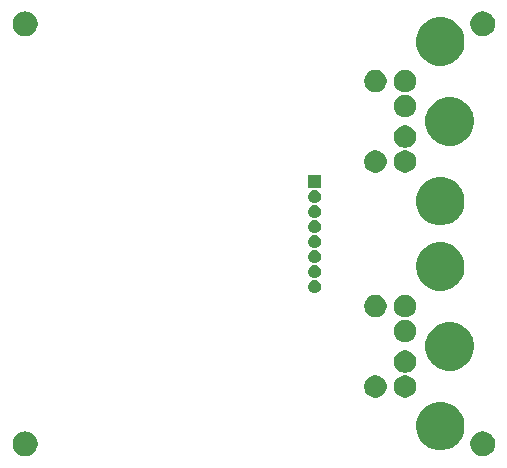
<source format=gts>
G04 #@! TF.GenerationSoftware,KiCad,Pcbnew,(5.1.2-1)-1*
G04 #@! TF.CreationDate,2019-07-29T22:21:16-04:00*
G04 #@! TF.ProjectId,mouserial-keymouse,6d6f7573-6572-4696-916c-2d6b65796d6f,rev?*
G04 #@! TF.SameCoordinates,Original*
G04 #@! TF.FileFunction,Soldermask,Top*
G04 #@! TF.FilePolarity,Negative*
%FSLAX46Y46*%
G04 Gerber Fmt 4.6, Leading zero omitted, Abs format (unit mm)*
G04 Created by KiCad (PCBNEW (5.1.2-1)-1) date 2019-07-29 22:21:16*
%MOMM*%
%LPD*%
G04 APERTURE LIST*
%ADD10C,0.100000*%
G04 APERTURE END LIST*
D10*
G36*
X177319248Y-101194295D02*
G01*
X177471510Y-101224582D01*
X177662742Y-101303793D01*
X177834841Y-101418786D01*
X177981214Y-101565159D01*
X178096207Y-101737258D01*
X178175418Y-101928490D01*
X178215800Y-102131506D01*
X178215800Y-102338494D01*
X178175418Y-102541510D01*
X178096207Y-102732742D01*
X177981214Y-102904841D01*
X177834841Y-103051214D01*
X177662742Y-103166207D01*
X177471510Y-103245418D01*
X177319248Y-103275704D01*
X177268495Y-103285800D01*
X177061505Y-103285800D01*
X177010752Y-103275704D01*
X176858490Y-103245418D01*
X176667258Y-103166207D01*
X176495159Y-103051214D01*
X176348786Y-102904841D01*
X176233793Y-102732742D01*
X176154582Y-102541510D01*
X176114200Y-102338494D01*
X176114200Y-102131506D01*
X176154582Y-101928490D01*
X176233793Y-101737258D01*
X176348786Y-101565159D01*
X176495159Y-101418786D01*
X176667258Y-101303793D01*
X176858490Y-101224582D01*
X177010752Y-101194296D01*
X177061505Y-101184200D01*
X177268495Y-101184200D01*
X177319248Y-101194295D01*
X177319248Y-101194295D01*
G37*
G36*
X138584248Y-101194295D02*
G01*
X138736510Y-101224582D01*
X138927742Y-101303793D01*
X139099841Y-101418786D01*
X139246214Y-101565159D01*
X139361207Y-101737258D01*
X139440418Y-101928490D01*
X139480800Y-102131506D01*
X139480800Y-102338494D01*
X139440418Y-102541510D01*
X139361207Y-102732742D01*
X139246214Y-102904841D01*
X139099841Y-103051214D01*
X138927742Y-103166207D01*
X138736510Y-103245418D01*
X138584248Y-103275704D01*
X138533495Y-103285800D01*
X138326505Y-103285800D01*
X138275752Y-103275704D01*
X138123490Y-103245418D01*
X137932258Y-103166207D01*
X137760159Y-103051214D01*
X137613786Y-102904841D01*
X137498793Y-102732742D01*
X137419582Y-102541510D01*
X137379200Y-102338494D01*
X137379200Y-102131506D01*
X137419582Y-101928490D01*
X137498793Y-101737258D01*
X137613786Y-101565159D01*
X137760159Y-101418786D01*
X137932258Y-101303793D01*
X138123490Y-101224582D01*
X138275752Y-101194296D01*
X138326505Y-101184200D01*
X138533495Y-101184200D01*
X138584248Y-101194295D01*
X138584248Y-101194295D01*
G37*
G36*
X174179196Y-98758011D02*
G01*
X174179198Y-98758012D01*
X174179199Y-98758012D01*
X174552415Y-98912603D01*
X174552418Y-98912605D01*
X174888309Y-99137040D01*
X175173960Y-99422691D01*
X175173961Y-99422693D01*
X175398397Y-99758585D01*
X175552988Y-100131801D01*
X175552989Y-100131804D01*
X175631800Y-100528014D01*
X175631800Y-100931986D01*
X175581632Y-101184200D01*
X175552988Y-101328199D01*
X175398397Y-101701415D01*
X175398395Y-101701418D01*
X175173960Y-102037309D01*
X174888309Y-102322960D01*
X174865059Y-102338495D01*
X174552415Y-102547397D01*
X174179199Y-102701988D01*
X174179198Y-102701988D01*
X174179196Y-102701989D01*
X173782986Y-102780800D01*
X173379014Y-102780800D01*
X172982804Y-102701989D01*
X172982802Y-102701988D01*
X172982801Y-102701988D01*
X172609585Y-102547397D01*
X172296941Y-102338495D01*
X172273691Y-102322960D01*
X171988040Y-102037309D01*
X171763605Y-101701418D01*
X171763603Y-101701415D01*
X171609012Y-101328199D01*
X171580369Y-101184200D01*
X171530200Y-100931986D01*
X171530200Y-100528014D01*
X171609011Y-100131804D01*
X171609012Y-100131801D01*
X171763603Y-99758585D01*
X171988039Y-99422693D01*
X171988040Y-99422691D01*
X172273691Y-99137040D01*
X172609582Y-98912605D01*
X172609585Y-98912603D01*
X172982801Y-98758012D01*
X172982802Y-98758012D01*
X172982804Y-98758011D01*
X173379014Y-98679200D01*
X173782986Y-98679200D01*
X174179196Y-98758011D01*
X174179196Y-98758011D01*
G37*
G36*
X168358338Y-96465738D02*
G01*
X168358340Y-96465739D01*
X168358341Y-96465739D01*
X168531370Y-96537410D01*
X168531373Y-96537412D01*
X168687100Y-96641465D01*
X168819535Y-96773900D01*
X168819536Y-96773902D01*
X168923590Y-96929630D01*
X168995261Y-97102659D01*
X169031800Y-97286355D01*
X169031800Y-97473645D01*
X168995261Y-97657341D01*
X168923590Y-97830370D01*
X168923588Y-97830373D01*
X168819535Y-97986100D01*
X168687100Y-98118535D01*
X168531373Y-98222588D01*
X168531370Y-98222590D01*
X168358341Y-98294261D01*
X168358340Y-98294261D01*
X168358338Y-98294262D01*
X168174646Y-98330800D01*
X167987354Y-98330800D01*
X167803662Y-98294262D01*
X167803660Y-98294261D01*
X167803659Y-98294261D01*
X167630630Y-98222590D01*
X167630627Y-98222588D01*
X167474900Y-98118535D01*
X167342465Y-97986100D01*
X167238412Y-97830373D01*
X167238410Y-97830370D01*
X167166739Y-97657341D01*
X167130200Y-97473645D01*
X167130200Y-97286355D01*
X167166739Y-97102659D01*
X167238410Y-96929630D01*
X167342464Y-96773902D01*
X167342465Y-96773900D01*
X167474900Y-96641465D01*
X167630627Y-96537412D01*
X167630630Y-96537410D01*
X167803659Y-96465739D01*
X167803660Y-96465739D01*
X167803662Y-96465738D01*
X167987354Y-96429200D01*
X168174646Y-96429200D01*
X168358338Y-96465738D01*
X168358338Y-96465738D01*
G37*
G36*
X170858338Y-96465738D02*
G01*
X170858340Y-96465739D01*
X170858341Y-96465739D01*
X171031370Y-96537410D01*
X171031373Y-96537412D01*
X171187100Y-96641465D01*
X171319535Y-96773900D01*
X171319536Y-96773902D01*
X171423590Y-96929630D01*
X171495261Y-97102659D01*
X171531800Y-97286355D01*
X171531800Y-97473645D01*
X171495261Y-97657341D01*
X171423590Y-97830370D01*
X171423588Y-97830373D01*
X171319535Y-97986100D01*
X171187100Y-98118535D01*
X171031373Y-98222588D01*
X171031370Y-98222590D01*
X170858341Y-98294261D01*
X170858340Y-98294261D01*
X170858338Y-98294262D01*
X170674646Y-98330800D01*
X170487354Y-98330800D01*
X170303662Y-98294262D01*
X170303660Y-98294261D01*
X170303659Y-98294261D01*
X170130630Y-98222590D01*
X170130627Y-98222588D01*
X169974900Y-98118535D01*
X169842465Y-97986100D01*
X169738412Y-97830373D01*
X169738410Y-97830370D01*
X169666739Y-97657341D01*
X169630200Y-97473645D01*
X169630200Y-97286355D01*
X169666739Y-97102659D01*
X169738410Y-96929630D01*
X169842464Y-96773902D01*
X169842465Y-96773900D01*
X169974900Y-96641465D01*
X170130627Y-96537412D01*
X170130630Y-96537410D01*
X170303659Y-96465739D01*
X170303660Y-96465739D01*
X170303662Y-96465738D01*
X170487354Y-96429200D01*
X170674646Y-96429200D01*
X170858338Y-96465738D01*
X170858338Y-96465738D01*
G37*
G36*
X170858338Y-94365738D02*
G01*
X170858340Y-94365739D01*
X170858341Y-94365739D01*
X171031370Y-94437410D01*
X171031373Y-94437412D01*
X171187100Y-94541465D01*
X171319535Y-94673900D01*
X171319536Y-94673902D01*
X171423590Y-94829630D01*
X171495261Y-95002659D01*
X171531800Y-95186355D01*
X171531800Y-95373645D01*
X171495261Y-95557341D01*
X171423590Y-95730370D01*
X171423588Y-95730373D01*
X171319535Y-95886100D01*
X171187100Y-96018535D01*
X171168744Y-96030800D01*
X171031370Y-96122590D01*
X170858341Y-96194261D01*
X170858340Y-96194261D01*
X170858338Y-96194262D01*
X170674646Y-96230800D01*
X170487354Y-96230800D01*
X170303662Y-96194262D01*
X170303660Y-96194261D01*
X170303659Y-96194261D01*
X170130630Y-96122590D01*
X169993256Y-96030800D01*
X169974900Y-96018535D01*
X169842465Y-95886100D01*
X169738412Y-95730373D01*
X169738410Y-95730370D01*
X169666739Y-95557341D01*
X169630200Y-95373645D01*
X169630200Y-95186355D01*
X169666739Y-95002659D01*
X169738410Y-94829630D01*
X169842464Y-94673902D01*
X169842465Y-94673900D01*
X169974900Y-94541465D01*
X170130627Y-94437412D01*
X170130630Y-94437410D01*
X170303659Y-94365739D01*
X170303660Y-94365739D01*
X170303662Y-94365738D01*
X170487354Y-94329200D01*
X170674646Y-94329200D01*
X170858338Y-94365738D01*
X170858338Y-94365738D01*
G37*
G36*
X174979196Y-92008011D02*
G01*
X174979198Y-92008012D01*
X174979199Y-92008012D01*
X175352415Y-92162603D01*
X175352418Y-92162605D01*
X175688309Y-92387040D01*
X175973960Y-92672691D01*
X175973961Y-92672693D01*
X176198397Y-93008585D01*
X176313347Y-93286100D01*
X176352989Y-93381804D01*
X176431800Y-93778014D01*
X176431800Y-94181986D01*
X176380993Y-94437412D01*
X176352988Y-94578199D01*
X176198397Y-94951415D01*
X176198395Y-94951418D01*
X175973960Y-95287309D01*
X175688309Y-95572960D01*
X175352418Y-95797395D01*
X175352415Y-95797397D01*
X174979199Y-95951988D01*
X174979198Y-95951988D01*
X174979196Y-95951989D01*
X174582986Y-96030800D01*
X174179014Y-96030800D01*
X173782804Y-95951989D01*
X173782802Y-95951988D01*
X173782801Y-95951988D01*
X173409585Y-95797397D01*
X173409582Y-95797395D01*
X173073691Y-95572960D01*
X172788040Y-95287309D01*
X172563605Y-94951418D01*
X172563603Y-94951415D01*
X172409012Y-94578199D01*
X172381008Y-94437412D01*
X172330200Y-94181986D01*
X172330200Y-93778014D01*
X172409011Y-93381804D01*
X172448653Y-93286100D01*
X172563603Y-93008585D01*
X172788039Y-92672693D01*
X172788040Y-92672691D01*
X173073691Y-92387040D01*
X173409582Y-92162605D01*
X173409585Y-92162603D01*
X173782801Y-92008012D01*
X173782802Y-92008012D01*
X173782804Y-92008011D01*
X174179014Y-91929200D01*
X174582986Y-91929200D01*
X174979196Y-92008011D01*
X174979196Y-92008011D01*
G37*
G36*
X170858338Y-91765738D02*
G01*
X170858340Y-91765739D01*
X170858341Y-91765739D01*
X171031370Y-91837410D01*
X171031373Y-91837412D01*
X171187100Y-91941465D01*
X171319535Y-92073900D01*
X171423588Y-92229627D01*
X171423590Y-92229630D01*
X171495261Y-92402659D01*
X171531800Y-92586355D01*
X171531800Y-92773645D01*
X171495261Y-92957341D01*
X171423590Y-93130370D01*
X171423588Y-93130373D01*
X171319535Y-93286100D01*
X171187100Y-93418535D01*
X171031373Y-93522588D01*
X171031370Y-93522590D01*
X170858341Y-93594261D01*
X170858340Y-93594261D01*
X170858338Y-93594262D01*
X170674646Y-93630800D01*
X170487354Y-93630800D01*
X170303662Y-93594262D01*
X170303660Y-93594261D01*
X170303659Y-93594261D01*
X170130630Y-93522590D01*
X170130627Y-93522588D01*
X169974900Y-93418535D01*
X169842465Y-93286100D01*
X169738412Y-93130373D01*
X169738410Y-93130370D01*
X169666739Y-92957341D01*
X169630200Y-92773645D01*
X169630200Y-92586355D01*
X169666739Y-92402659D01*
X169738410Y-92229630D01*
X169738412Y-92229627D01*
X169842465Y-92073900D01*
X169974900Y-91941465D01*
X170130627Y-91837412D01*
X170130630Y-91837410D01*
X170303659Y-91765739D01*
X170303660Y-91765739D01*
X170303662Y-91765738D01*
X170487354Y-91729200D01*
X170674646Y-91729200D01*
X170858338Y-91765738D01*
X170858338Y-91765738D01*
G37*
G36*
X170858338Y-89665738D02*
G01*
X170858340Y-89665739D01*
X170858341Y-89665739D01*
X171031370Y-89737410D01*
X171031373Y-89737412D01*
X171187100Y-89841465D01*
X171319535Y-89973900D01*
X171319536Y-89973902D01*
X171423590Y-90129630D01*
X171495261Y-90302659D01*
X171531800Y-90486355D01*
X171531800Y-90673645D01*
X171495261Y-90857341D01*
X171423590Y-91030370D01*
X171423588Y-91030373D01*
X171319535Y-91186100D01*
X171187100Y-91318535D01*
X171031373Y-91422588D01*
X171031370Y-91422590D01*
X170858341Y-91494261D01*
X170858340Y-91494261D01*
X170858338Y-91494262D01*
X170674646Y-91530800D01*
X170487354Y-91530800D01*
X170303662Y-91494262D01*
X170303660Y-91494261D01*
X170303659Y-91494261D01*
X170130630Y-91422590D01*
X170130627Y-91422588D01*
X169974900Y-91318535D01*
X169842465Y-91186100D01*
X169738412Y-91030373D01*
X169738410Y-91030370D01*
X169666739Y-90857341D01*
X169630200Y-90673645D01*
X169630200Y-90486355D01*
X169666739Y-90302659D01*
X169738410Y-90129630D01*
X169842464Y-89973902D01*
X169842465Y-89973900D01*
X169974900Y-89841465D01*
X170130627Y-89737412D01*
X170130630Y-89737410D01*
X170303659Y-89665739D01*
X170303660Y-89665739D01*
X170303662Y-89665738D01*
X170487354Y-89629200D01*
X170674646Y-89629200D01*
X170858338Y-89665738D01*
X170858338Y-89665738D01*
G37*
G36*
X168358338Y-89665738D02*
G01*
X168358340Y-89665739D01*
X168358341Y-89665739D01*
X168531370Y-89737410D01*
X168531373Y-89737412D01*
X168687100Y-89841465D01*
X168819535Y-89973900D01*
X168819536Y-89973902D01*
X168923590Y-90129630D01*
X168995261Y-90302659D01*
X169031800Y-90486355D01*
X169031800Y-90673645D01*
X168995261Y-90857341D01*
X168923590Y-91030370D01*
X168923588Y-91030373D01*
X168819535Y-91186100D01*
X168687100Y-91318535D01*
X168531373Y-91422588D01*
X168531370Y-91422590D01*
X168358341Y-91494261D01*
X168358340Y-91494261D01*
X168358338Y-91494262D01*
X168174646Y-91530800D01*
X167987354Y-91530800D01*
X167803662Y-91494262D01*
X167803660Y-91494261D01*
X167803659Y-91494261D01*
X167630630Y-91422590D01*
X167630627Y-91422588D01*
X167474900Y-91318535D01*
X167342465Y-91186100D01*
X167238412Y-91030373D01*
X167238410Y-91030370D01*
X167166739Y-90857341D01*
X167130200Y-90673645D01*
X167130200Y-90486355D01*
X167166739Y-90302659D01*
X167238410Y-90129630D01*
X167342464Y-89973902D01*
X167342465Y-89973900D01*
X167474900Y-89841465D01*
X167630627Y-89737412D01*
X167630630Y-89737410D01*
X167803659Y-89665739D01*
X167803660Y-89665739D01*
X167803662Y-89665738D01*
X167987354Y-89629200D01*
X168174646Y-89629200D01*
X168358338Y-89665738D01*
X168358338Y-89665738D01*
G37*
G36*
X162988287Y-88351192D02*
G01*
X163048976Y-88357170D01*
X163152802Y-88388665D01*
X163248489Y-88439811D01*
X163332359Y-88508641D01*
X163401189Y-88592511D01*
X163452335Y-88688198D01*
X163483830Y-88792024D01*
X163494465Y-88900000D01*
X163483830Y-89007976D01*
X163452335Y-89111802D01*
X163401189Y-89207489D01*
X163332359Y-89291359D01*
X163248489Y-89360189D01*
X163152802Y-89411335D01*
X163048976Y-89442830D01*
X162988287Y-89448807D01*
X162968058Y-89450800D01*
X162913942Y-89450800D01*
X162893713Y-89448807D01*
X162833024Y-89442830D01*
X162729198Y-89411335D01*
X162633511Y-89360189D01*
X162549641Y-89291359D01*
X162480811Y-89207489D01*
X162429665Y-89111802D01*
X162398170Y-89007976D01*
X162387535Y-88900000D01*
X162398170Y-88792024D01*
X162429665Y-88688198D01*
X162480811Y-88592511D01*
X162549641Y-88508641D01*
X162633511Y-88439811D01*
X162729198Y-88388665D01*
X162833024Y-88357170D01*
X162893713Y-88351192D01*
X162913942Y-88349200D01*
X162968058Y-88349200D01*
X162988287Y-88351192D01*
X162988287Y-88351192D01*
G37*
G36*
X174179196Y-85258011D02*
G01*
X174179198Y-85258012D01*
X174179199Y-85258012D01*
X174552415Y-85412603D01*
X174552418Y-85412605D01*
X174888309Y-85637040D01*
X175173960Y-85922691D01*
X175260703Y-86052511D01*
X175398397Y-86258585D01*
X175528136Y-86571804D01*
X175552989Y-86631804D01*
X175631800Y-87028014D01*
X175631800Y-87431986D01*
X175592413Y-87630000D01*
X175552988Y-87828199D01*
X175398397Y-88201415D01*
X175398395Y-88201418D01*
X175173960Y-88537309D01*
X174888309Y-88822960D01*
X174773010Y-88900000D01*
X174552415Y-89047397D01*
X174179199Y-89201988D01*
X174179198Y-89201988D01*
X174179196Y-89201989D01*
X173782986Y-89280800D01*
X173379014Y-89280800D01*
X172982804Y-89201989D01*
X172982802Y-89201988D01*
X172982801Y-89201988D01*
X172609585Y-89047397D01*
X172388990Y-88900000D01*
X172273691Y-88822960D01*
X171988040Y-88537309D01*
X171763605Y-88201418D01*
X171763603Y-88201415D01*
X171609012Y-87828199D01*
X171569588Y-87630000D01*
X171530200Y-87431986D01*
X171530200Y-87028014D01*
X171609011Y-86631804D01*
X171633864Y-86571804D01*
X171763603Y-86258585D01*
X171901297Y-86052511D01*
X171988040Y-85922691D01*
X172273691Y-85637040D01*
X172609582Y-85412605D01*
X172609585Y-85412603D01*
X172982801Y-85258012D01*
X172982802Y-85258012D01*
X172982804Y-85258011D01*
X173379014Y-85179200D01*
X173782986Y-85179200D01*
X174179196Y-85258011D01*
X174179196Y-85258011D01*
G37*
G36*
X162988287Y-87081192D02*
G01*
X163048976Y-87087170D01*
X163152802Y-87118665D01*
X163248489Y-87169811D01*
X163332359Y-87238641D01*
X163401189Y-87322511D01*
X163452335Y-87418198D01*
X163483830Y-87522024D01*
X163494465Y-87630000D01*
X163483830Y-87737976D01*
X163452335Y-87841802D01*
X163401189Y-87937489D01*
X163332359Y-88021359D01*
X163248489Y-88090189D01*
X163152802Y-88141335D01*
X163048976Y-88172830D01*
X162988287Y-88178808D01*
X162968058Y-88180800D01*
X162913942Y-88180800D01*
X162893713Y-88178808D01*
X162833024Y-88172830D01*
X162729198Y-88141335D01*
X162633511Y-88090189D01*
X162549641Y-88021359D01*
X162480811Y-87937489D01*
X162429665Y-87841802D01*
X162398170Y-87737976D01*
X162387535Y-87630000D01*
X162398170Y-87522024D01*
X162429665Y-87418198D01*
X162480811Y-87322511D01*
X162549641Y-87238641D01*
X162633511Y-87169811D01*
X162729198Y-87118665D01*
X162833024Y-87087170D01*
X162893713Y-87081192D01*
X162913942Y-87079200D01*
X162968058Y-87079200D01*
X162988287Y-87081192D01*
X162988287Y-87081192D01*
G37*
G36*
X162988287Y-85811193D02*
G01*
X163048976Y-85817170D01*
X163152802Y-85848665D01*
X163248489Y-85899811D01*
X163332359Y-85968641D01*
X163401189Y-86052511D01*
X163452335Y-86148198D01*
X163483830Y-86252024D01*
X163494465Y-86360000D01*
X163483830Y-86467976D01*
X163452335Y-86571802D01*
X163401189Y-86667489D01*
X163332359Y-86751359D01*
X163248489Y-86820189D01*
X163152802Y-86871335D01*
X163048976Y-86902830D01*
X162988287Y-86908808D01*
X162968058Y-86910800D01*
X162913942Y-86910800D01*
X162893713Y-86908808D01*
X162833024Y-86902830D01*
X162729198Y-86871335D01*
X162633511Y-86820189D01*
X162549641Y-86751359D01*
X162480811Y-86667489D01*
X162429665Y-86571802D01*
X162398170Y-86467976D01*
X162387535Y-86360000D01*
X162398170Y-86252024D01*
X162429665Y-86148198D01*
X162480811Y-86052511D01*
X162549641Y-85968641D01*
X162633511Y-85899811D01*
X162729198Y-85848665D01*
X162833024Y-85817170D01*
X162893713Y-85811193D01*
X162913942Y-85809200D01*
X162968058Y-85809200D01*
X162988287Y-85811193D01*
X162988287Y-85811193D01*
G37*
G36*
X162988287Y-84541193D02*
G01*
X163048976Y-84547170D01*
X163152802Y-84578665D01*
X163248489Y-84629811D01*
X163332359Y-84698641D01*
X163401189Y-84782511D01*
X163452335Y-84878198D01*
X163483830Y-84982024D01*
X163494465Y-85090000D01*
X163483830Y-85197976D01*
X163452335Y-85301802D01*
X163401189Y-85397489D01*
X163332359Y-85481359D01*
X163248489Y-85550189D01*
X163152802Y-85601335D01*
X163048976Y-85632830D01*
X162988287Y-85638808D01*
X162968058Y-85640800D01*
X162913942Y-85640800D01*
X162893713Y-85638808D01*
X162833024Y-85632830D01*
X162729198Y-85601335D01*
X162633511Y-85550189D01*
X162549641Y-85481359D01*
X162480811Y-85397489D01*
X162429665Y-85301802D01*
X162398170Y-85197976D01*
X162387535Y-85090000D01*
X162398170Y-84982024D01*
X162429665Y-84878198D01*
X162480811Y-84782511D01*
X162549641Y-84698641D01*
X162633511Y-84629811D01*
X162729198Y-84578665D01*
X162833024Y-84547170D01*
X162893713Y-84541193D01*
X162913942Y-84539200D01*
X162968058Y-84539200D01*
X162988287Y-84541193D01*
X162988287Y-84541193D01*
G37*
G36*
X162988287Y-83271192D02*
G01*
X163048976Y-83277170D01*
X163152802Y-83308665D01*
X163248489Y-83359811D01*
X163332359Y-83428641D01*
X163401189Y-83512511D01*
X163452335Y-83608198D01*
X163483830Y-83712024D01*
X163494465Y-83820000D01*
X163483830Y-83927976D01*
X163452335Y-84031802D01*
X163401189Y-84127489D01*
X163332359Y-84211359D01*
X163248489Y-84280189D01*
X163152802Y-84331335D01*
X163048976Y-84362830D01*
X162988287Y-84368807D01*
X162968058Y-84370800D01*
X162913942Y-84370800D01*
X162893713Y-84368807D01*
X162833024Y-84362830D01*
X162729198Y-84331335D01*
X162633511Y-84280189D01*
X162549641Y-84211359D01*
X162480811Y-84127489D01*
X162429665Y-84031802D01*
X162398170Y-83927976D01*
X162387535Y-83820000D01*
X162398170Y-83712024D01*
X162429665Y-83608198D01*
X162480811Y-83512511D01*
X162549641Y-83428641D01*
X162633511Y-83359811D01*
X162729198Y-83308665D01*
X162833024Y-83277170D01*
X162893713Y-83271192D01*
X162913942Y-83269200D01*
X162968058Y-83269200D01*
X162988287Y-83271192D01*
X162988287Y-83271192D01*
G37*
G36*
X174179196Y-79708011D02*
G01*
X174179198Y-79708012D01*
X174179199Y-79708012D01*
X174552415Y-79862603D01*
X174552418Y-79862605D01*
X174888309Y-80087040D01*
X175173960Y-80372691D01*
X175173961Y-80372693D01*
X175398397Y-80708585D01*
X175547353Y-81068198D01*
X175552989Y-81081804D01*
X175631800Y-81478014D01*
X175631800Y-81881986D01*
X175560087Y-82242514D01*
X175552988Y-82278199D01*
X175398397Y-82651415D01*
X175398395Y-82651418D01*
X175173960Y-82987309D01*
X174888309Y-83272960D01*
X174758327Y-83359811D01*
X174552415Y-83497397D01*
X174179199Y-83651988D01*
X174179198Y-83651988D01*
X174179196Y-83651989D01*
X173782986Y-83730800D01*
X173379014Y-83730800D01*
X172982804Y-83651989D01*
X172982802Y-83651988D01*
X172982801Y-83651988D01*
X172609585Y-83497397D01*
X172403673Y-83359811D01*
X172273691Y-83272960D01*
X171988040Y-82987309D01*
X171763605Y-82651418D01*
X171763603Y-82651415D01*
X171609012Y-82278199D01*
X171601914Y-82242514D01*
X171530200Y-81881986D01*
X171530200Y-81478014D01*
X171609011Y-81081804D01*
X171614647Y-81068198D01*
X171763603Y-80708585D01*
X171988039Y-80372693D01*
X171988040Y-80372691D01*
X172273691Y-80087040D01*
X172609582Y-79862605D01*
X172609585Y-79862603D01*
X172982801Y-79708012D01*
X172982802Y-79708012D01*
X172982804Y-79708011D01*
X173379014Y-79629200D01*
X173782986Y-79629200D01*
X174179196Y-79708011D01*
X174179196Y-79708011D01*
G37*
G36*
X162988287Y-82001192D02*
G01*
X163048976Y-82007170D01*
X163152802Y-82038665D01*
X163248489Y-82089811D01*
X163332359Y-82158641D01*
X163401189Y-82242511D01*
X163452335Y-82338198D01*
X163483830Y-82442024D01*
X163494465Y-82550000D01*
X163483830Y-82657976D01*
X163452335Y-82761802D01*
X163401189Y-82857489D01*
X163332359Y-82941359D01*
X163248489Y-83010189D01*
X163152802Y-83061335D01*
X163048976Y-83092830D01*
X162988287Y-83098807D01*
X162968058Y-83100800D01*
X162913942Y-83100800D01*
X162893713Y-83098807D01*
X162833024Y-83092830D01*
X162729198Y-83061335D01*
X162633511Y-83010189D01*
X162549641Y-82941359D01*
X162480811Y-82857489D01*
X162429665Y-82761802D01*
X162398170Y-82657976D01*
X162387535Y-82550000D01*
X162398170Y-82442024D01*
X162429665Y-82338198D01*
X162480811Y-82242511D01*
X162549641Y-82158641D01*
X162633511Y-82089811D01*
X162729198Y-82038665D01*
X162833024Y-82007170D01*
X162893713Y-82001192D01*
X162913942Y-81999200D01*
X162968058Y-81999200D01*
X162988287Y-82001192D01*
X162988287Y-82001192D01*
G37*
G36*
X162988287Y-80731193D02*
G01*
X163048976Y-80737170D01*
X163152802Y-80768665D01*
X163248489Y-80819811D01*
X163332359Y-80888641D01*
X163401189Y-80972511D01*
X163452335Y-81068198D01*
X163483830Y-81172024D01*
X163494465Y-81280000D01*
X163483830Y-81387976D01*
X163452335Y-81491802D01*
X163401189Y-81587489D01*
X163332359Y-81671359D01*
X163248489Y-81740189D01*
X163152802Y-81791335D01*
X163048976Y-81822830D01*
X162988287Y-81828808D01*
X162968058Y-81830800D01*
X162913942Y-81830800D01*
X162893713Y-81828808D01*
X162833024Y-81822830D01*
X162729198Y-81791335D01*
X162633511Y-81740189D01*
X162549641Y-81671359D01*
X162480811Y-81587489D01*
X162429665Y-81491802D01*
X162398170Y-81387976D01*
X162387535Y-81280000D01*
X162398170Y-81172024D01*
X162429665Y-81068198D01*
X162480811Y-80972511D01*
X162549641Y-80888641D01*
X162633511Y-80819811D01*
X162729198Y-80768665D01*
X162833024Y-80737170D01*
X162893713Y-80731193D01*
X162913942Y-80729200D01*
X162968058Y-80729200D01*
X162988287Y-80731193D01*
X162988287Y-80731193D01*
G37*
G36*
X163491800Y-80560800D02*
G01*
X162390200Y-80560800D01*
X162390200Y-79459200D01*
X163491800Y-79459200D01*
X163491800Y-80560800D01*
X163491800Y-80560800D01*
G37*
G36*
X168358338Y-77415738D02*
G01*
X168358340Y-77415739D01*
X168358341Y-77415739D01*
X168531370Y-77487410D01*
X168531373Y-77487412D01*
X168687100Y-77591465D01*
X168819535Y-77723900D01*
X168819536Y-77723902D01*
X168923590Y-77879630D01*
X168995261Y-78052659D01*
X169031800Y-78236355D01*
X169031800Y-78423645D01*
X168995261Y-78607341D01*
X168923590Y-78780370D01*
X168923588Y-78780373D01*
X168819535Y-78936100D01*
X168687100Y-79068535D01*
X168531373Y-79172588D01*
X168531370Y-79172590D01*
X168358341Y-79244261D01*
X168358340Y-79244261D01*
X168358338Y-79244262D01*
X168174646Y-79280800D01*
X167987354Y-79280800D01*
X167803662Y-79244262D01*
X167803660Y-79244261D01*
X167803659Y-79244261D01*
X167630630Y-79172590D01*
X167630627Y-79172588D01*
X167474900Y-79068535D01*
X167342465Y-78936100D01*
X167238412Y-78780373D01*
X167238410Y-78780370D01*
X167166739Y-78607341D01*
X167130200Y-78423645D01*
X167130200Y-78236355D01*
X167166739Y-78052659D01*
X167238410Y-77879630D01*
X167342464Y-77723902D01*
X167342465Y-77723900D01*
X167474900Y-77591465D01*
X167630627Y-77487412D01*
X167630630Y-77487410D01*
X167803659Y-77415739D01*
X167803660Y-77415739D01*
X167803662Y-77415738D01*
X167987354Y-77379200D01*
X168174646Y-77379200D01*
X168358338Y-77415738D01*
X168358338Y-77415738D01*
G37*
G36*
X170858338Y-77415738D02*
G01*
X170858340Y-77415739D01*
X170858341Y-77415739D01*
X171031370Y-77487410D01*
X171031373Y-77487412D01*
X171187100Y-77591465D01*
X171319535Y-77723900D01*
X171319536Y-77723902D01*
X171423590Y-77879630D01*
X171495261Y-78052659D01*
X171531800Y-78236355D01*
X171531800Y-78423645D01*
X171495261Y-78607341D01*
X171423590Y-78780370D01*
X171423588Y-78780373D01*
X171319535Y-78936100D01*
X171187100Y-79068535D01*
X171031373Y-79172588D01*
X171031370Y-79172590D01*
X170858341Y-79244261D01*
X170858340Y-79244261D01*
X170858338Y-79244262D01*
X170674646Y-79280800D01*
X170487354Y-79280800D01*
X170303662Y-79244262D01*
X170303660Y-79244261D01*
X170303659Y-79244261D01*
X170130630Y-79172590D01*
X170130627Y-79172588D01*
X169974900Y-79068535D01*
X169842465Y-78936100D01*
X169738412Y-78780373D01*
X169738410Y-78780370D01*
X169666739Y-78607341D01*
X169630200Y-78423645D01*
X169630200Y-78236355D01*
X169666739Y-78052659D01*
X169738410Y-77879630D01*
X169842464Y-77723902D01*
X169842465Y-77723900D01*
X169974900Y-77591465D01*
X170130627Y-77487412D01*
X170130630Y-77487410D01*
X170303659Y-77415739D01*
X170303660Y-77415739D01*
X170303662Y-77415738D01*
X170487354Y-77379200D01*
X170674646Y-77379200D01*
X170858338Y-77415738D01*
X170858338Y-77415738D01*
G37*
G36*
X170858338Y-75315738D02*
G01*
X170858340Y-75315739D01*
X170858341Y-75315739D01*
X171031370Y-75387410D01*
X171031373Y-75387412D01*
X171187100Y-75491465D01*
X171319535Y-75623900D01*
X171319536Y-75623902D01*
X171423590Y-75779630D01*
X171495261Y-75952659D01*
X171531800Y-76136355D01*
X171531800Y-76323645D01*
X171495261Y-76507341D01*
X171423590Y-76680370D01*
X171423588Y-76680373D01*
X171319535Y-76836100D01*
X171187100Y-76968535D01*
X171168744Y-76980800D01*
X171031370Y-77072590D01*
X170858341Y-77144261D01*
X170858340Y-77144261D01*
X170858338Y-77144262D01*
X170674646Y-77180800D01*
X170487354Y-77180800D01*
X170303662Y-77144262D01*
X170303660Y-77144261D01*
X170303659Y-77144261D01*
X170130630Y-77072590D01*
X169993256Y-76980800D01*
X169974900Y-76968535D01*
X169842465Y-76836100D01*
X169738412Y-76680373D01*
X169738410Y-76680370D01*
X169666739Y-76507341D01*
X169630200Y-76323645D01*
X169630200Y-76136355D01*
X169666739Y-75952659D01*
X169738410Y-75779630D01*
X169842464Y-75623902D01*
X169842465Y-75623900D01*
X169974900Y-75491465D01*
X170130627Y-75387412D01*
X170130630Y-75387410D01*
X170303659Y-75315739D01*
X170303660Y-75315739D01*
X170303662Y-75315738D01*
X170487354Y-75279200D01*
X170674646Y-75279200D01*
X170858338Y-75315738D01*
X170858338Y-75315738D01*
G37*
G36*
X174979196Y-72958011D02*
G01*
X174979198Y-72958012D01*
X174979199Y-72958012D01*
X175352415Y-73112603D01*
X175352418Y-73112605D01*
X175688309Y-73337040D01*
X175973960Y-73622691D01*
X175973961Y-73622693D01*
X176198397Y-73958585D01*
X176313347Y-74236100D01*
X176352989Y-74331804D01*
X176431800Y-74728014D01*
X176431800Y-75131986D01*
X176380993Y-75387412D01*
X176352988Y-75528199D01*
X176198397Y-75901415D01*
X176198395Y-75901418D01*
X175973960Y-76237309D01*
X175688309Y-76522960D01*
X175352418Y-76747395D01*
X175352415Y-76747397D01*
X174979199Y-76901988D01*
X174979198Y-76901988D01*
X174979196Y-76901989D01*
X174582986Y-76980800D01*
X174179014Y-76980800D01*
X173782804Y-76901989D01*
X173782802Y-76901988D01*
X173782801Y-76901988D01*
X173409585Y-76747397D01*
X173409582Y-76747395D01*
X173073691Y-76522960D01*
X172788040Y-76237309D01*
X172563605Y-75901418D01*
X172563603Y-75901415D01*
X172409012Y-75528199D01*
X172381008Y-75387412D01*
X172330200Y-75131986D01*
X172330200Y-74728014D01*
X172409011Y-74331804D01*
X172448653Y-74236100D01*
X172563603Y-73958585D01*
X172788039Y-73622693D01*
X172788040Y-73622691D01*
X173073691Y-73337040D01*
X173409582Y-73112605D01*
X173409585Y-73112603D01*
X173782801Y-72958012D01*
X173782802Y-72958012D01*
X173782804Y-72958011D01*
X174179014Y-72879200D01*
X174582986Y-72879200D01*
X174979196Y-72958011D01*
X174979196Y-72958011D01*
G37*
G36*
X170858338Y-72715738D02*
G01*
X170858340Y-72715739D01*
X170858341Y-72715739D01*
X171031370Y-72787410D01*
X171031373Y-72787412D01*
X171187100Y-72891465D01*
X171319535Y-73023900D01*
X171423588Y-73179627D01*
X171423590Y-73179630D01*
X171495261Y-73352659D01*
X171531800Y-73536355D01*
X171531800Y-73723645D01*
X171495261Y-73907341D01*
X171423590Y-74080370D01*
X171423588Y-74080373D01*
X171319535Y-74236100D01*
X171187100Y-74368535D01*
X171031373Y-74472588D01*
X171031370Y-74472590D01*
X170858341Y-74544261D01*
X170858340Y-74544261D01*
X170858338Y-74544262D01*
X170674646Y-74580800D01*
X170487354Y-74580800D01*
X170303662Y-74544262D01*
X170303660Y-74544261D01*
X170303659Y-74544261D01*
X170130630Y-74472590D01*
X170130627Y-74472588D01*
X169974900Y-74368535D01*
X169842465Y-74236100D01*
X169738412Y-74080373D01*
X169738410Y-74080370D01*
X169666739Y-73907341D01*
X169630200Y-73723645D01*
X169630200Y-73536355D01*
X169666739Y-73352659D01*
X169738410Y-73179630D01*
X169738412Y-73179627D01*
X169842465Y-73023900D01*
X169974900Y-72891465D01*
X170130627Y-72787412D01*
X170130630Y-72787410D01*
X170303659Y-72715739D01*
X170303660Y-72715739D01*
X170303662Y-72715738D01*
X170487354Y-72679200D01*
X170674646Y-72679200D01*
X170858338Y-72715738D01*
X170858338Y-72715738D01*
G37*
G36*
X168358338Y-70615738D02*
G01*
X168358340Y-70615739D01*
X168358341Y-70615739D01*
X168531370Y-70687410D01*
X168531373Y-70687412D01*
X168687100Y-70791465D01*
X168819535Y-70923900D01*
X168819536Y-70923902D01*
X168923590Y-71079630D01*
X168995261Y-71252659D01*
X169031800Y-71436355D01*
X169031800Y-71623645D01*
X168995261Y-71807341D01*
X168923590Y-71980370D01*
X168923588Y-71980373D01*
X168819535Y-72136100D01*
X168687100Y-72268535D01*
X168531373Y-72372588D01*
X168531370Y-72372590D01*
X168358341Y-72444261D01*
X168358340Y-72444261D01*
X168358338Y-72444262D01*
X168174646Y-72480800D01*
X167987354Y-72480800D01*
X167803662Y-72444262D01*
X167803660Y-72444261D01*
X167803659Y-72444261D01*
X167630630Y-72372590D01*
X167630627Y-72372588D01*
X167474900Y-72268535D01*
X167342465Y-72136100D01*
X167238412Y-71980373D01*
X167238410Y-71980370D01*
X167166739Y-71807341D01*
X167130200Y-71623645D01*
X167130200Y-71436355D01*
X167166739Y-71252659D01*
X167238410Y-71079630D01*
X167342464Y-70923902D01*
X167342465Y-70923900D01*
X167474900Y-70791465D01*
X167630627Y-70687412D01*
X167630630Y-70687410D01*
X167803659Y-70615739D01*
X167803660Y-70615739D01*
X167803662Y-70615738D01*
X167987354Y-70579200D01*
X168174646Y-70579200D01*
X168358338Y-70615738D01*
X168358338Y-70615738D01*
G37*
G36*
X170858338Y-70615738D02*
G01*
X170858340Y-70615739D01*
X170858341Y-70615739D01*
X171031370Y-70687410D01*
X171031373Y-70687412D01*
X171187100Y-70791465D01*
X171319535Y-70923900D01*
X171319536Y-70923902D01*
X171423590Y-71079630D01*
X171495261Y-71252659D01*
X171531800Y-71436355D01*
X171531800Y-71623645D01*
X171495261Y-71807341D01*
X171423590Y-71980370D01*
X171423588Y-71980373D01*
X171319535Y-72136100D01*
X171187100Y-72268535D01*
X171031373Y-72372588D01*
X171031370Y-72372590D01*
X170858341Y-72444261D01*
X170858340Y-72444261D01*
X170858338Y-72444262D01*
X170674646Y-72480800D01*
X170487354Y-72480800D01*
X170303662Y-72444262D01*
X170303660Y-72444261D01*
X170303659Y-72444261D01*
X170130630Y-72372590D01*
X170130627Y-72372588D01*
X169974900Y-72268535D01*
X169842465Y-72136100D01*
X169738412Y-71980373D01*
X169738410Y-71980370D01*
X169666739Y-71807341D01*
X169630200Y-71623645D01*
X169630200Y-71436355D01*
X169666739Y-71252659D01*
X169738410Y-71079630D01*
X169842464Y-70923902D01*
X169842465Y-70923900D01*
X169974900Y-70791465D01*
X170130627Y-70687412D01*
X170130630Y-70687410D01*
X170303659Y-70615739D01*
X170303660Y-70615739D01*
X170303662Y-70615738D01*
X170487354Y-70579200D01*
X170674646Y-70579200D01*
X170858338Y-70615738D01*
X170858338Y-70615738D01*
G37*
G36*
X174179196Y-66208011D02*
G01*
X174179198Y-66208012D01*
X174179199Y-66208012D01*
X174552415Y-66362603D01*
X174552418Y-66362605D01*
X174888309Y-66587040D01*
X175173960Y-66872691D01*
X175173961Y-66872693D01*
X175398397Y-67208585D01*
X175552988Y-67581801D01*
X175552989Y-67581804D01*
X175631800Y-67978014D01*
X175631800Y-68381985D01*
X175552988Y-68778199D01*
X175398397Y-69151415D01*
X175398395Y-69151418D01*
X175173960Y-69487309D01*
X174888309Y-69772960D01*
X174552418Y-69997395D01*
X174552415Y-69997397D01*
X174179199Y-70151988D01*
X174179198Y-70151988D01*
X174179196Y-70151989D01*
X173782986Y-70230800D01*
X173379014Y-70230800D01*
X172982804Y-70151989D01*
X172982802Y-70151988D01*
X172982801Y-70151988D01*
X172609585Y-69997397D01*
X172609582Y-69997395D01*
X172273691Y-69772960D01*
X171988040Y-69487309D01*
X171763605Y-69151418D01*
X171763603Y-69151415D01*
X171609012Y-68778199D01*
X171530200Y-68381985D01*
X171530200Y-67978014D01*
X171609011Y-67581804D01*
X171609012Y-67581801D01*
X171763603Y-67208585D01*
X171988039Y-66872693D01*
X171988040Y-66872691D01*
X172273691Y-66587040D01*
X172609582Y-66362605D01*
X172609585Y-66362603D01*
X172982801Y-66208012D01*
X172982802Y-66208012D01*
X172982804Y-66208011D01*
X173379014Y-66129200D01*
X173782986Y-66129200D01*
X174179196Y-66208011D01*
X174179196Y-66208011D01*
G37*
G36*
X138584248Y-65634295D02*
G01*
X138736510Y-65664582D01*
X138927742Y-65743793D01*
X139099841Y-65858786D01*
X139246214Y-66005159D01*
X139361207Y-66177258D01*
X139440418Y-66368490D01*
X139480800Y-66571506D01*
X139480800Y-66778494D01*
X139440418Y-66981510D01*
X139361207Y-67172742D01*
X139246214Y-67344841D01*
X139099841Y-67491214D01*
X138927742Y-67606207D01*
X138736510Y-67685418D01*
X138584248Y-67715704D01*
X138533495Y-67725800D01*
X138326505Y-67725800D01*
X138275752Y-67715704D01*
X138123490Y-67685418D01*
X137932258Y-67606207D01*
X137760159Y-67491214D01*
X137613786Y-67344841D01*
X137498793Y-67172742D01*
X137419582Y-66981510D01*
X137379200Y-66778494D01*
X137379200Y-66571506D01*
X137419582Y-66368490D01*
X137498793Y-66177258D01*
X137613786Y-66005159D01*
X137760159Y-65858786D01*
X137932258Y-65743793D01*
X138123490Y-65664582D01*
X138275752Y-65634295D01*
X138326505Y-65624200D01*
X138533495Y-65624200D01*
X138584248Y-65634295D01*
X138584248Y-65634295D01*
G37*
G36*
X177319248Y-65634295D02*
G01*
X177471510Y-65664582D01*
X177662742Y-65743793D01*
X177834841Y-65858786D01*
X177981214Y-66005159D01*
X178096207Y-66177258D01*
X178175418Y-66368490D01*
X178215800Y-66571506D01*
X178215800Y-66778494D01*
X178175418Y-66981510D01*
X178096207Y-67172742D01*
X177981214Y-67344841D01*
X177834841Y-67491214D01*
X177662742Y-67606207D01*
X177471510Y-67685418D01*
X177319248Y-67715704D01*
X177268495Y-67725800D01*
X177061505Y-67725800D01*
X177010752Y-67715704D01*
X176858490Y-67685418D01*
X176667258Y-67606207D01*
X176495159Y-67491214D01*
X176348786Y-67344841D01*
X176233793Y-67172742D01*
X176154582Y-66981510D01*
X176114200Y-66778494D01*
X176114200Y-66571506D01*
X176154582Y-66368490D01*
X176233793Y-66177258D01*
X176348786Y-66005159D01*
X176495159Y-65858786D01*
X176667258Y-65743793D01*
X176858490Y-65664582D01*
X177010752Y-65634295D01*
X177061505Y-65624200D01*
X177268495Y-65624200D01*
X177319248Y-65634295D01*
X177319248Y-65634295D01*
G37*
M02*

</source>
